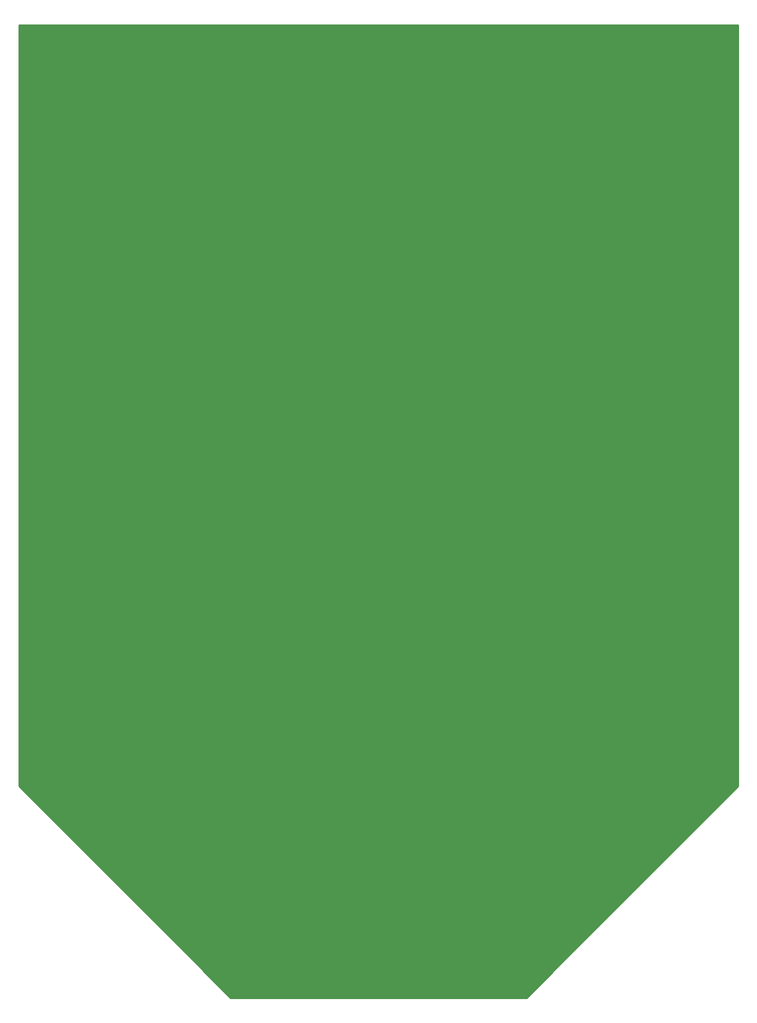
<source format=gbr>
%TF.GenerationSoftware,KiCad,Pcbnew,(5.1.10)-1*%
%TF.CreationDate,2022-04-08T13:19:25-06:00*%
%TF.ProjectId,VacuumFeedThruHDMI,56616375-756d-4466-9565-645468727548,rev?*%
%TF.SameCoordinates,Original*%
%TF.FileFunction,Soldermask,Bot*%
%TF.FilePolarity,Negative*%
%FSLAX46Y46*%
G04 Gerber Fmt 4.6, Leading zero omitted, Abs format (unit mm)*
G04 Created by KiCad (PCBNEW (5.1.10)-1) date 2022-04-08 13:19:25*
%MOMM*%
%LPD*%
G01*
G04 APERTURE LIST*
%ADD10O,4.500000X1.500000*%
%ADD11C,0.800000*%
%ADD12O,0.920000X0.920000*%
%ADD13C,10.000000*%
%ADD14C,0.254000*%
%ADD15C,0.100000*%
G04 APERTURE END LIST*
D10*
%TO.C,J2*%
X30000000Y67550000D03*
X30000000Y54050000D03*
D11*
X29100000Y65300000D03*
X30900000Y64800000D03*
X29100000Y64300000D03*
X30900000Y63800000D03*
X29100000Y63300000D03*
X30900000Y62800000D03*
X29100000Y62300000D03*
X30900000Y61800000D03*
X29100000Y61300000D03*
X30900000Y60800000D03*
X29100000Y60300000D03*
X30900000Y59800000D03*
X29100000Y59300000D03*
X30900000Y58800000D03*
X29100000Y58300000D03*
X30900000Y57800000D03*
X29100000Y57300000D03*
X30900000Y56800000D03*
X29100000Y56300000D03*
%TD*%
D10*
%TO.C,J3*%
X49000000Y67550000D03*
X49000000Y54050000D03*
D11*
X48100000Y65300000D03*
X49900000Y64800000D03*
X48100000Y64300000D03*
X49900000Y63800000D03*
X48100000Y63300000D03*
X49900000Y62800000D03*
X48100000Y62300000D03*
X49900000Y61800000D03*
X48100000Y61300000D03*
X49900000Y60800000D03*
X48100000Y60300000D03*
X49900000Y59800000D03*
X48100000Y59300000D03*
X49900000Y58800000D03*
X48100000Y58300000D03*
X49900000Y57800000D03*
X48100000Y57300000D03*
X49900000Y56800000D03*
X48100000Y56300000D03*
%TD*%
D12*
%TO.C,M3*%
X7620000Y-12000000D03*
X6985000Y-10900000D03*
X6350000Y-12000000D03*
X5715000Y-10900000D03*
X5080000Y-12000000D03*
X4445000Y-10900000D03*
X3810000Y-12000000D03*
X3175000Y-10900000D03*
X2540000Y-12000000D03*
X1905000Y-10900000D03*
X1270000Y-12000000D03*
X635000Y-10900000D03*
X0Y-12000000D03*
X-635000Y-10900000D03*
X-1270000Y-12000000D03*
X-1905000Y-10900000D03*
X-2540000Y-12000000D03*
X-3175000Y-10900000D03*
X-3810000Y-12000000D03*
X-4445000Y-10900000D03*
X-5080000Y-12000000D03*
X-5715000Y-10900000D03*
X-6350000Y-12000000D03*
X-6985000Y-10900000D03*
X-7620000Y-12000000D03*
%TD*%
%TO.C,M2*%
X7620000Y0D03*
X6985000Y1100000D03*
X6350000Y0D03*
X5715000Y1100000D03*
X5080000Y0D03*
X4445000Y1100000D03*
X3810000Y0D03*
X3175000Y1100000D03*
X2540000Y0D03*
X1905000Y1100000D03*
X1270000Y0D03*
X635000Y1100000D03*
X0Y0D03*
X-635000Y1100000D03*
X-1270000Y0D03*
X-1905000Y1100000D03*
X-2540000Y0D03*
X-3175000Y1100000D03*
X-3810000Y0D03*
X-4445000Y1100000D03*
X-5080000Y0D03*
X-5715000Y1100000D03*
X-6350000Y0D03*
X-6985000Y1100000D03*
X-7620000Y0D03*
%TD*%
%TO.C,M1*%
X7620000Y12000000D03*
X6985000Y13100000D03*
X6350000Y12000000D03*
X5715000Y13100000D03*
X5080000Y12000000D03*
X4445000Y13100000D03*
X3810000Y12000000D03*
X3175000Y13100000D03*
X2540000Y12000000D03*
X1905000Y13100000D03*
X1270000Y12000000D03*
X635000Y13100000D03*
X0Y12000000D03*
X-635000Y13100000D03*
X-1270000Y12000000D03*
X-1905000Y13100000D03*
X-2540000Y12000000D03*
X-3175000Y13100000D03*
X-3810000Y12000000D03*
X-4445000Y13100000D03*
X-5080000Y12000000D03*
X-5715000Y13100000D03*
X-6350000Y12000000D03*
X-6985000Y13100000D03*
X-7620000Y12000000D03*
%TD*%
D13*
%TO.C,J13*%
X15795259Y-38133128D03*
X38133128Y-15795259D03*
X38133128Y15795259D03*
X15795259Y38133128D03*
X-15795259Y38133128D03*
X-38133128Y15795259D03*
X-38133128Y-15795259D03*
X-15795259Y-38133128D03*
%TD*%
D10*
%TO.C,J4*%
X-49000000Y67550000D03*
X-49000000Y54050000D03*
D11*
X-49900000Y65300000D03*
X-48100000Y64800000D03*
X-49900000Y64300000D03*
X-48100000Y63800000D03*
X-49900000Y63300000D03*
X-48100000Y62800000D03*
X-49900000Y62300000D03*
X-48100000Y61800000D03*
X-49900000Y61300000D03*
X-48100000Y60800000D03*
X-49900000Y60300000D03*
X-48100000Y59800000D03*
X-49900000Y59300000D03*
X-48100000Y58800000D03*
X-49900000Y58300000D03*
X-48100000Y57800000D03*
X-49900000Y57300000D03*
X-48100000Y56800000D03*
X-49900000Y56300000D03*
%TD*%
D10*
%TO.C,J9*%
X16000000Y-56250000D03*
X16000000Y-69750000D03*
D11*
X15100000Y-58500000D03*
X16900000Y-59000000D03*
X15100000Y-59500000D03*
X16900000Y-60000000D03*
X15100000Y-60500000D03*
X16900000Y-61000000D03*
X15100000Y-61500000D03*
X16900000Y-62000000D03*
X15100000Y-62500000D03*
X16900000Y-63000000D03*
X15100000Y-63500000D03*
X16900000Y-64000000D03*
X15100000Y-64500000D03*
X16900000Y-65000000D03*
X15100000Y-65500000D03*
X16900000Y-66000000D03*
X15100000Y-66500000D03*
X16900000Y-67000000D03*
X15100000Y-67500000D03*
%TD*%
D10*
%TO.C,J7*%
X-16000000Y-56250000D03*
X-16000000Y-69750000D03*
D11*
X-16900000Y-58500000D03*
X-15100000Y-59000000D03*
X-16900000Y-59500000D03*
X-15100000Y-60000000D03*
X-16900000Y-60500000D03*
X-15100000Y-61000000D03*
X-16900000Y-61500000D03*
X-15100000Y-62000000D03*
X-16900000Y-62500000D03*
X-15100000Y-63000000D03*
X-16900000Y-63500000D03*
X-15100000Y-64000000D03*
X-16900000Y-64500000D03*
X-15100000Y-65000000D03*
X-16900000Y-65500000D03*
X-15100000Y-66000000D03*
X-16900000Y-66500000D03*
X-15100000Y-67000000D03*
X-16900000Y-67500000D03*
%TD*%
D10*
%TO.C,J8*%
X0Y-56250000D03*
X0Y-69750000D03*
D11*
X-900000Y-58500000D03*
X900000Y-59000000D03*
X-900000Y-59500000D03*
X900000Y-60000000D03*
X-900000Y-60500000D03*
X900000Y-61000000D03*
X-900000Y-61500000D03*
X900000Y-62000000D03*
X-900000Y-62500000D03*
X900000Y-63000000D03*
X-900000Y-63500000D03*
X900000Y-64000000D03*
X-900000Y-64500000D03*
X900000Y-65000000D03*
X-900000Y-65500000D03*
X900000Y-66000000D03*
X-900000Y-66500000D03*
X900000Y-67000000D03*
X-900000Y-67500000D03*
%TD*%
D10*
%TO.C,J1*%
X11000000Y67550000D03*
X11000000Y54050000D03*
D11*
X10100000Y65300000D03*
X11900000Y64800000D03*
X10100000Y64300000D03*
X11900000Y63800000D03*
X10100000Y63300000D03*
X11900000Y62800000D03*
X10100000Y62300000D03*
X11900000Y61800000D03*
X10100000Y61300000D03*
X11900000Y60800000D03*
X10100000Y60300000D03*
X11900000Y59800000D03*
X10100000Y59300000D03*
X11900000Y58800000D03*
X10100000Y58300000D03*
X11900000Y57800000D03*
X10100000Y57300000D03*
X11900000Y56800000D03*
X10100000Y56300000D03*
%TD*%
D10*
%TO.C,J6*%
X-11000000Y67550000D03*
X-11000000Y54050000D03*
D11*
X-11900000Y65300000D03*
X-10100000Y64800000D03*
X-11900000Y64300000D03*
X-10100000Y63800000D03*
X-11900000Y63300000D03*
X-10100000Y62800000D03*
X-11900000Y62300000D03*
X-10100000Y61800000D03*
X-11900000Y61300000D03*
X-10100000Y60800000D03*
X-11900000Y60300000D03*
X-10100000Y59800000D03*
X-11900000Y59300000D03*
X-10100000Y58800000D03*
X-11900000Y58300000D03*
X-10100000Y57800000D03*
X-11900000Y57300000D03*
X-10100000Y56800000D03*
X-11900000Y56300000D03*
%TD*%
D10*
%TO.C,J5*%
X-30000000Y67550000D03*
X-30000000Y54050000D03*
D11*
X-30900000Y65300000D03*
X-29100000Y64800000D03*
X-30900000Y64300000D03*
X-29100000Y63800000D03*
X-30900000Y63300000D03*
X-29100000Y62800000D03*
X-30900000Y62300000D03*
X-29100000Y61800000D03*
X-30900000Y61300000D03*
X-29100000Y60800000D03*
X-30900000Y60300000D03*
X-29100000Y59800000D03*
X-30900000Y59300000D03*
X-29100000Y58800000D03*
X-30900000Y58300000D03*
X-29100000Y57800000D03*
X-30900000Y57300000D03*
X-29100000Y56800000D03*
X-30900000Y56300000D03*
%TD*%
D14*
X56000000Y-44000000D02*
X23000000Y-77000000D01*
X-23000000Y-77000000D01*
X-56000000Y-44000000D01*
X-56000000Y74500000D01*
X56000000Y74500000D01*
X56000000Y-44000000D01*
D15*
G36*
X56000000Y-44000000D02*
G01*
X23000000Y-77000000D01*
X-23000000Y-77000000D01*
X-56000000Y-44000000D01*
X-56000000Y74500000D01*
X56000000Y74500000D01*
X56000000Y-44000000D01*
G37*
M02*

</source>
